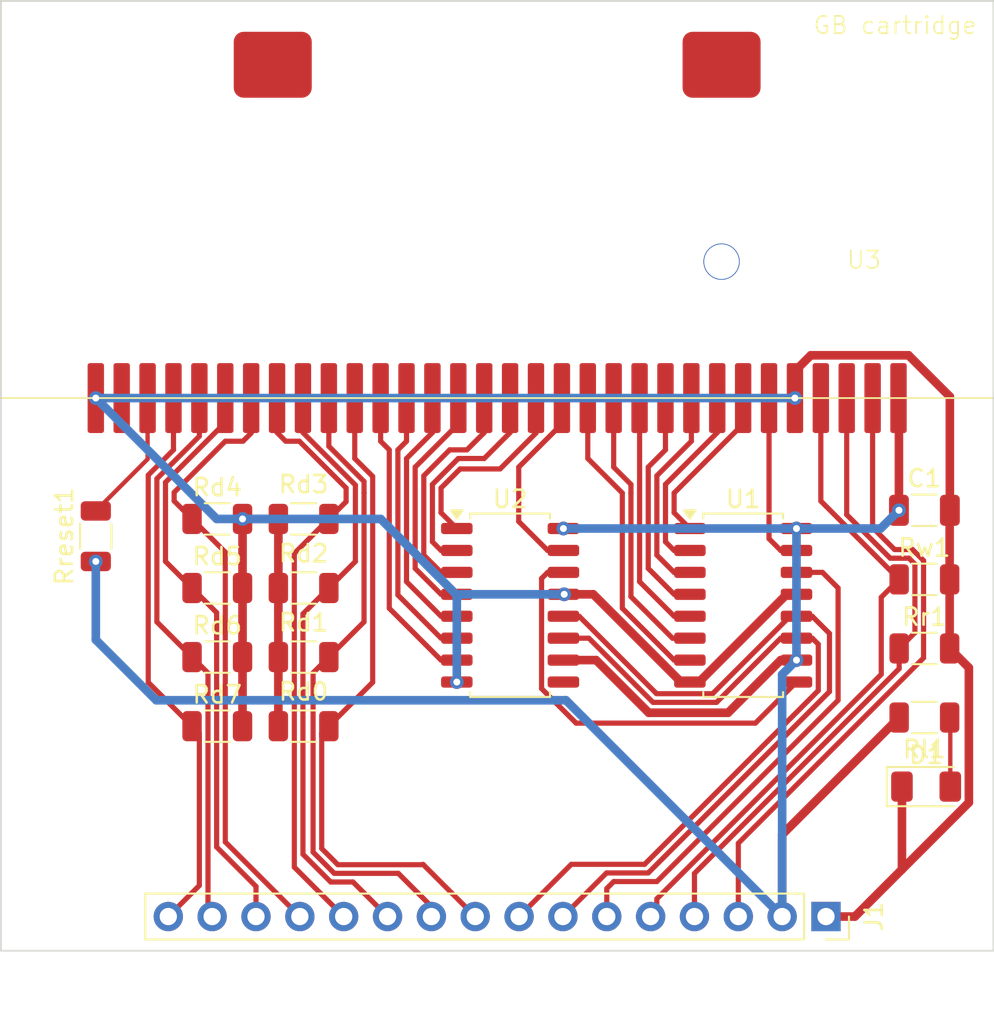
<source format=kicad_pcb>
(kicad_pcb (version 20241229) (generator "pcbnew") (generator_version "9.0")
  (layers (0 "F.Cu" signal) (2 "B.Cu" signal) (13 "F.Paste" user) (15 "B.Paste" user) (5 "F.SilkS" user "F.Silkscreen") (7 "B.SilkS" user "B.Silkscreen") (1 "F.Mask" user) (3 "B.Mask" user) (25 "Edge.Cuts" user))
  (net 0 "")
  (net 2 "/GND")
  (net 3 "/VCC")
  (net 4 "/Data_2")
  (net 5 "/Clock")
  (net 6 "/Data_5")
  (net 7 "/Data_1")
  (net 8 "/Data_7")
  (net 9 "/Address_Data")
  (net 10 "/Data_0")
  (net 11 "/Data_6")
  (net 12 "/Read")
  (net 13 "/Write")
  (net 14 "/Data_3")
  (net 15 "/Data_4")
  (net 16 "/Address_Latch")
  (net 17 "/Address_Clock")
  (net 18 "/Reset")
  (net 19 "/Serial_Chain")
  (net 20 "/Address_3")
  (net 21 "/Address_4")
  (net 22 "/Address_6")
  (net 23 "/Address_2")
  (net 24 "/Address_7")
  (net 25 "/Address_1")
  (net 26 "/Address_0")
  (net 27 "/Address_5")
  (net 28 "/Address_12")
  (net 29 "/Address_9")
  (net 30 "/Address_10")
  (net 31 "/Address_8")
  (net 32 "/Address_15")
  (net 33 "/Address_14")
  (net 34 "/Address_11")
  (net 35 "/Address_13")
  (net 36 "/Audio")
  (net 37 "/LED")
  (footprint "Resistor_SMD:R_1206_3216Metric" (layer "F.Cu") (at 114.5375 108.5 180)
    (property "Reference" "Rd0" (at 0 2 180) (layer "F.SilkS"))
    (property "Value" "1k")
    (fp_line (start -0.727064 0.91) (end 0.727064 0.91) (stroke (width 0.12)) (layer "F.SilkS"))
    (fp_line (start -0.727064 -0.91) (end 0.727064 -0.91) (stroke (width 0.12)) (layer "F.SilkS"))
    (pad "1" smd roundrect (at -1.4625 0 180) (size 1.125 1.75) (layers "F.Cu" "F.Mask" "F.Paste") (roundrect_rratio 0.222222) (net 10 "/Data_0"))
    (pad "2" smd roundrect (at 1.4625 0 180) (size 1.125 1.75) (layers "F.Cu" "F.Mask" "F.Paste") (roundrect_rratio 0.222222) (net 2 "/GND"))
  )
  (footprint "Connector_PinSocket_2.54mm:PinSocket_1x16_P2.54mm_Vertical" (layer "F.Cu") (at 144.8 119.525 -90)
    (property "Reference" "J1" (at 0 -2.77 90) (layer "F.SilkS"))
    (property "Value" "Conn_01x16_Pin")
    (fp_line (start -1.33 39.43) (end 1.33 39.43) (stroke (width 0.12)) (layer "F.SilkS"))
    (fp_line (start -1.33 1.27) (end -1.33 39.43) (stroke (width 0.12)) (layer "F.SilkS"))
    (fp_line (start -1.33 1.27) (end 1.33 1.27) (stroke (width 0.12)) (layer "F.SilkS"))
    (fp_line (start 1.33 1.27) (end 1.33 39.43) (stroke (width 0.12)) (layer "F.SilkS"))
    (fp_line (start 0 -1.33) (end 1.33 -1.33) (stroke (width 0.12)) (layer "F.SilkS"))
    (fp_line (start 1.33 -1.33) (end 1.33 0) (stroke (width 0.12)) (layer "F.SilkS"))
    (pad "1" thru_hole rect (at 0 0 270) (size 1.7 1.7) (drill 1) (layers "*.Cu" "*.Mask") (net 2 "/GND"))
    (pad "2" thru_hole circle (at 0 2.54 270) (size 1.7 1.7) (drill 1) (layers "*.Cu" "*.Mask") (net 3 "/VCC"))
    (pad "3" thru_hole circle (at 0 5.08 270) (size 1.7 1.7) (drill 1) (layers "*.Cu" "*.Mask") (net 5 "/Clock"))
    (pad "4" thru_hole circle (at 0 7.62 270) (size 1.7 1.7) (drill 1) (layers "*.Cu" "*.Mask") (net 13 "/Write"))
    (pad "5" thru_hole circle (at 0 10.16 270) (size 1.7 1.7) (drill 1) (layers "*.Cu" "*.Mask") (net 12 "/Read"))
    (pad "6" thru_hole circle (at 0 12.7 270) (size 1.7 1.7) (drill 1) (layers "*.Cu" "*.Mask") (net 9 "/Address_Data"))
    (pad "7" thru_hole circle (at 0 15.24 270) (size 1.7 1.7) (drill 1) (layers "*.Cu" "*.Mask") (net 16 "/Address_Latch"))
    (pad "8" thru_hole circle (at 0 17.78 270) (size 1.7 1.7) (drill 1) (layers "*.Cu" "*.Mask") (net 17 "/Address_Clock"))
    (pad "9" thru_hole circle (at 0 20.32 270) (size 1.7 1.7) (drill 1) (layers "*.Cu" "*.Mask") (net 10 "/Data_0"))
    (pad "10" thru_hole circle (at 0 22.86 270) (size 1.7 1.7) (drill 1) (layers "*.Cu" "*.Mask") (net 7 "/Data_1"))
    (pad "11" thru_hole circle (at 0 25.4 270) (size 1.7 1.7) (drill 1) (layers "*.Cu" "*.Mask") (net 4 "/Data_2"))
    (pad "12" thru_hole circle (at 0 27.94 270) (size 1.7 1.7) (drill 1) (layers "*.Cu" "*.Mask") (net 14 "/Data_3"))
    (pad "13" thru_hole circle (at 0 30.48 270) (size 1.7 1.7) (drill 1) (layers "*.Cu" "*.Mask") (net 15 "/Data_4"))
    (pad "14" thru_hole circle (at 0 33.02 270) (size 1.7 1.7) (drill 1) (layers "*.Cu" "*.Mask") (net 6 "/Data_5"))
    (pad "15" thru_hole circle (at 0 35.56 270) (size 1.7 1.7) (drill 1) (layers "*.Cu" "*.Mask") (net 11 "/Data_6"))
    (pad "16" thru_hole circle (at 0 38.1 270) (size 1.7 1.7) (drill 1) (layers "*.Cu" "*.Mask") (net 8 "/Data_7"))
  )
  (footprint "Resistor_SMD:R_1206_3216Metric" (layer "F.Cu") (at 102.5 97.5 90)
    (property "Reference" "Rreset1" (at 0 -1.83 90) (layer "F.SilkS"))
    (property "Value" "1k")
    (fp_line (start -0.727064 -0.91) (end 0.727064 -0.91) (stroke (width 0.12)) (layer "F.SilkS"))
    (fp_line (start -0.727064 0.91) (end 0.727064 0.91) (stroke (width 0.12)) (layer "F.SilkS"))
    (pad "1" smd roundrect (at -1.4625 0 90) (size 1.125 1.75) (layers "F.Cu" "F.Mask" "F.Paste") (roundrect_rratio 0.222222) (net 3 "/VCC"))
    (pad "2" smd roundrect (at 1.4625 0 90) (size 1.125 1.75) (layers "F.Cu" "F.Mask" "F.Paste") (roundrect_rratio 0.222222) (net 18 "/Reset"))
  )
  (footprint "Resistor_SMD:R_1206_3216Metric" (layer "F.Cu") (at 150.5 108 180)
    (property "Reference" "Rl1" (at 0 -1.83 0) (layer "F.SilkS"))
    (property "Value" "470")
    (fp_line (start -0.727064 0.91) (end 0.727064 0.91) (stroke (width 0.12)) (layer "F.SilkS"))
    (fp_line (start -0.727064 -0.91) (end 0.727064 -0.91) (stroke (width 0.12)) (layer "F.SilkS"))
    (pad "1" smd roundrect (at -1.4625 0 180) (size 1.125 1.75) (layers "F.Cu" "F.Mask" "F.Paste") (roundrect_rratio 0.222222) (net 37 "/LED"))
    (pad "2" smd roundrect (at 1.4625 0 180) (size 1.125 1.75) (layers "F.Cu" "F.Mask" "F.Paste") (roundrect_rratio 0.222222) (net 3 "/VCC"))
  )
  (footprint "Resistor_SMD:R_1206_3216Metric" (layer "F.Cu") (at 150.5 104)
    (property "Reference" "Rr1" (at 0 -1.83 0) (layer "F.SilkS"))
    (property "Value" "470")
    (fp_line (start -0.727064 -0.91) (end 0.727064 -0.91) (stroke (width 0.12)) (layer "F.SilkS"))
    (fp_line (start -0.727064 0.91) (end 0.727064 0.91) (stroke (width 0.12)) (layer "F.SilkS"))
    (pad "1" smd roundrect (at -1.4625 0) (size 1.125 1.75) (layers "F.Cu" "F.Mask" "F.Paste") (roundrect_rratio 0.222222) (net 13 "/Write"))
    (pad "2" smd roundrect (at 1.4625 0) (size 1.125 1.75) (layers "F.Cu" "F.Mask" "F.Paste") (roundrect_rratio 0.222222) (net 2 "/GND"))
  )
  (footprint "Package_SO:SOP-16_4.4x10.4mm_P1.27mm" (layer "F.Cu") (at 126.5 101.5)
    (property "Reference" "U2" (at 0 -6.15 0) (layer "F.SilkS"))
    (property "Value" "74HC595")
    (fp_line (start -2.31 -5.31) (end 2.31 -5.31) (stroke (width 0.12)) (layer "F.SilkS"))
    (fp_line (start -2.31 -5.03) (end -2.31 -5.31) (stroke (width 0.12)) (layer "F.SilkS"))
    (fp_line (start -2.31 5.31) (end -2.31 5.03) (stroke (width 0.12)) (layer "F.SilkS"))
    (fp_line (start 2.31 -5.31) (end 2.31 -5.03) (stroke (width 0.12)) (layer "F.SilkS"))
    (fp_line (start 2.31 5.03) (end 2.31 5.31) (stroke (width 0.12)) (layer "F.SilkS"))
    (fp_line (start 2.31 5.31) (end -2.31 5.31) (stroke (width 0.12)) (layer "F.SilkS"))
    (fp_poly (pts (xy -3.09 -5.03) (xy -3.43 -5.5) (xy -2.75 -5.5)) (stroke (width 0.12)) (fill yes) (layer "F.SilkS"))
    (pad "1" smd roundrect (at -3.0875 -4.445) (size 1.825 0.65) (layers "F.Cu" "F.Mask" "F.Paste") (net 29 "/Address_9"))
    (pad "2" smd roundrect (at -3.0875 -3.175) (size 1.825 0.65) (layers "F.Cu" "F.Mask" "F.Paste") (net 30 "/Address_10"))
    (pad "3" smd roundrect (at -3.0875 -1.905) (size 1.825 0.65) (layers "F.Cu" "F.Mask" "F.Paste") (net 34 "/Address_11"))
    (pad "4" smd roundrect (at -3.0875 -0.635) (size 1.825 0.65) (layers "F.Cu" "F.Mask" "F.Paste") (net 28 "/Address_12"))
    (pad "5" smd roundrect (at -3.0875 0.635) (size 1.825 0.65) (layers "F.Cu" "F.Mask" "F.Paste") (net 35 "/Address_13"))
    (pad "6" smd roundrect (at -3.0875 1.905) (size 1.825 0.65) (layers "F.Cu" "F.Mask" "F.Paste") (net 33 "/Address_14"))
    (pad "7" smd roundrect (at -3.0875 3.175) (size 1.825 0.65) (layers "F.Cu" "F.Mask" "F.Paste") (net 32 "/Address_15"))
    (pad "8" smd roundrect (at -3.0875 4.445) (size 1.825 0.65) (layers "F.Cu" "F.Mask" "F.Paste") (net 2 "/GND"))
    (pad "9" smd roundrect (at 3.0875 4.445) (size 1.825 0.65) (layers "F.Cu" "F.Mask" "F.Paste"))
    (pad "10" smd roundrect (at 3.0875 3.175) (size 1.825 0.65) (layers "F.Cu" "F.Mask" "F.Paste") (net 3 "/VCC"))
    (pad "11" smd roundrect (at 3.0875 1.905) (size 1.825 0.65) (layers "F.Cu" "F.Mask" "F.Paste") (net 17 "/Address_Clock"))
    (pad "12" smd roundrect (at 3.0875 0.635) (size 1.825 0.65) (layers "F.Cu" "F.Mask" "F.Paste") (net 16 "/Address_Latch"))
    (pad "13" smd roundrect (at 3.0875 -0.635) (size 1.825 0.65) (layers "F.Cu" "F.Mask" "F.Paste") (net 2 "/GND"))
    (pad "14" smd roundrect (at 3.0875 -1.905) (size 1.825 0.65) (layers "F.Cu" "F.Mask" "F.Paste") (net 19 "/Serial_Chain"))
    (pad "15" smd roundrect (at 3.0875 -3.175) (size 1.825 0.65) (layers "F.Cu" "F.Mask" "F.Paste") (net 31 "/Address_8"))
    (pad "16" smd roundrect (at 3.0875 -4.445) (size 1.825 0.65) (layers "F.Cu" "F.Mask" "F.Paste") (net 3 "/VCC"))
  )
  (footprint "Resistor_SMD:R_1206_3216Metric" (layer "F.Cu") (at 114.5375 104.5 180)
    (property "Reference" "Rd1" (at 0 2 0) (layer "F.SilkS"))
    (property "Value" "1k")
    (fp_line (start -0.727064 0.91) (end 0.727064 0.91) (stroke (width 0.12)) (layer "F.SilkS"))
    (fp_line (start -0.727064 -0.91) (end 0.727064 -0.91) (stroke (width 0.12)) (layer "F.SilkS"))
    (pad "1" smd roundrect (at -1.4625 0 180) (size 1.125 1.75) (layers "F.Cu" "F.Mask" "F.Paste") (roundrect_rratio 0.222222) (net 7 "/Data_1"))
    (pad "2" smd roundrect (at 1.4625 0 180) (size 1.125 1.75) (layers "F.Cu" "F.Mask" "F.Paste") (roundrect_rratio 0.222222) (net 2 "/GND"))
  )
  (footprint "Resistor_SMD:R_1206_3216Metric" (layer "F.Cu") (at 109.5375 96.5)
    (property "Reference" "Rd4" (at 0 -1.83 0) (layer "F.SilkS"))
    (property "Value" "1k")
    (fp_line (start -0.727064 -0.91) (end 0.727064 -0.91) (stroke (width 0.12)) (layer "F.SilkS"))
    (fp_line (start -0.727064 0.91) (end 0.727064 0.91) (stroke (width 0.12)) (layer "F.SilkS"))
    (pad "1" smd roundrect (at -1.4625 0) (size 1.125 1.75) (layers "F.Cu" "F.Mask" "F.Paste") (roundrect_rratio 0.222222) (net 15 "/Data_4"))
    (pad "2" smd roundrect (at 1.4625 0) (size 1.125 1.75) (layers "F.Cu" "F.Mask" "F.Paste") (roundrect_rratio 0.222222) (net 2 "/GND"))
  )
  (footprint "1_my_custom_library:Gameboy cartridge connector" (layer "F.Cu") (at 149 89.5)
    (property "Reference" "U3" (at -2 -8 0) (layer "F.SilkS") (effects (font (thickness 0.1))))
    (property "Value" "~")
    (fp_rect (start -52 -23) (end 5.5 0) (stroke (width 0.1)) (fill no) (layer "F.SilkS"))
    (fp_text user "GB cartridge" (at -5 -21 0) (layer "F.SilkS") (effects (font (thickness 0.1)) (justify left bottom)))
    (pad "" smd roundrect (at -36.25 -19.3) (size 4.52 3.82) (layers "F.Cu" "F.Mask" "F.Paste") (roundrect_rratio 0.15))
    (pad "" np_thru_hole circle (at -36.25 -7.9) (size 2 2) (drill 2) (layers "*.Cu" "*.Mask"))
    (pad "" smd roundrect (at -10.25 -19.3) (size 4.52 3.82) (layers "F.Cu" "F.Mask" "F.Paste") (roundrect_rratio 0.15))
    (pad "" np_thru_hole circle (at -10.25 -7.9) (size 2.1 2.1) (drill 2) (layers "*.Cu" "*.Mask"))
    (pad "1" smd roundrect (at 0 0 90) (size 4.05 0.95) (layers "F.Cu" "F.Mask" "F.Paste") (roundrect_rratio 0.15) (net 3 "/VCC"))
    (pad "2" smd roundrect (at -1.5 0 90) (size 4.05 0.95) (layers "F.Cu" "F.Mask" "F.Paste") (roundrect_rratio 0.15) (net 5 "/Clock"))
    (pad "3" smd roundrect (at -3 0 90) (size 4.05 0.95) (layers "F.Cu" "F.Mask" "F.Paste") (roundrect_rratio 0.15) (net 13 "/Write"))
    (pad "4" smd roundrect (at -4.5 0 90) (size 4.05 0.95) (layers "F.Cu" "F.Mask" "F.Paste") (roundrect_rratio 0.15) (net 12 "/Read"))
    (pad "5" smd roundrect (at -6 0 90) (size 4.05 0.95) (layers "F.Cu" "F.Mask" "F.Paste") (roundrect_rratio 0.15) (net 2 "/GND"))
    (pad "6" smd roundrect (at -7.5 0 90) (size 4.05 0.95) (layers "F.Cu" "F.Mask" "F.Paste") (roundrect_rratio 0.15) (net 26 "/Address_0"))
    (pad "7" smd roundrect (at -9 0 90) (size 4.05 0.95) (layers "F.Cu" "F.Mask" "F.Paste") (roundrect_rratio 0.15) (net 25 "/Address_1"))
    (pad "8" smd roundrect (at -10.5 0 90) (size 4.05 0.95) (layers "F.Cu" "F.Mask" "F.Paste") (roundrect_rratio 0.15) (net 23 "/Address_2"))
    (pad "9" smd roundrect (at -12 0 90) (size 4.05 0.95) (layers "F.Cu" "F.Mask" "F.Paste") (roundrect_rratio 0.15) (net 20 "/Address_3"))
    (pad "10" smd roundrect (at -13.5 0 90) (size 4.05 0.95) (layers "F.Cu" "F.Mask" "F.Paste") (roundrect_rratio 0.15) (net 21 "/Address_4"))
    (pad "11" smd roundrect (at -15 0 90) (size 4.05 0.95) (layers "F.Cu" "F.Mask" "F.Paste") (roundrect_rratio 0.15) (net 27 "/Address_5"))
    (pad "12" smd roundrect (at -16.5 0 90) (size 4.05 0.95) (layers "F.Cu" "F.Mask" "F.Paste") (roundrect_rratio 0.15) (net 22 "/Address_6"))
    (pad "13" smd roundrect (at -18 0 90) (size 4.05 0.95) (layers "F.Cu" "F.Mask" "F.Paste") (roundrect_rratio 0.15) (net 24 "/Address_7"))
    (pad "14" smd roundrect (at -19.5 0 90) (size 4.05 0.95) (layers "F.Cu" "F.Mask" "F.Paste") (roundrect_rratio 0.15) (net 31 "/Address_8"))
    (pad "15" smd roundrect (at -21 0 90) (size 4.05 0.95) (layers "F.Cu" "F.Mask" "F.Paste") (roundrect_rratio 0.15) (net 29 "/Address_9"))
    (pad "16" smd roundrect (at -22.5 0 90) (size 4.05 0.95) (layers "F.Cu" "F.Mask" "F.Paste") (roundrect_rratio 0.15) (net 30 "/Address_10"))
    (pad "17" smd roundrect (at -24 0 90) (size 4.05 0.95) (layers "F.Cu" "F.Mask" "F.Paste") (roundrect_rratio 0.15) (net 34 "/Address_11"))
    (pad "18" smd roundrect (at -25.5 0 90) (size 4.05 0.95) (layers "F.Cu" "F.Mask" "F.Paste") (roundrect_rratio 0.15) (net 28 "/Address_12"))
    (pad "19" smd roundrect (at -27 0 90) (size 4.05 0.95) (layers "F.Cu" "F.Mask" "F.Paste") (roundrect_rratio 0.15) (net 35 "/Address_13"))
    (pad "20" smd roundrect (at -28.5 0 90) (size 4.05 0.95) (layers "F.Cu" "F.Mask" "F.Paste") (roundrect_rratio 0.15) (net 33 "/Address_14"))
    (pad "21" smd roundrect (at -30 0 90) (size 4.05 0.95) (layers "F.Cu" "F.Mask" "F.Paste") (roundrect_rratio 0.15) (net 32 "/Address_15"))
    (pad "22" smd roundrect (at -31.5 0 90) (size 4.05 0.95) (layers "F.Cu" "F.Mask" "F.Paste") (roundrect_rratio 0.15) (net 10 "/Data_0"))
    (pad "23" smd roundrect (at -33 0 90) (size 4.05 0.95) (layers "F.Cu" "F.Mask" "F.Paste") (roundrect_rratio 0.15) (net 7 "/Data_1"))
    (pad "24" smd roundrect (at -34.5 0 90) (size 4.05 0.95) (layers "F.Cu" "F.Mask" "F.Paste") (roundrect_rratio 0.15) (net 4 "/Data_2"))
    (pad "25" smd roundrect (at -36 0 90) (size 4.05 0.95) (layers "F.Cu" "F.Mask" "F.Paste") (roundrect_rratio 0.15) (net 14 "/Data_3"))
    (pad "26" smd roundrect (at -37.5 0 90) (size 4.05 0.95) (layers "F.Cu" "F.Mask" "F.Paste") (roundrect_rratio 0.15) (net 15 "/Data_4"))
    (pad "27" smd roundrect (at -39 0 90) (size 4.05 0.95) (layers "F.Cu" "F.Mask" "F.Paste") (roundrect_rratio 0.15) (net 6 "/Data_5"))
    (pad "28" smd roundrect (at -40.5 0 90) (size 4.05 0.95) (layers "F.Cu" "F.Mask" "F.Paste") (roundrect_rratio 0.15) (net 11 "/Data_6"))
    (pad "29" smd roundrect (at -42 0 90) (size 4.05 0.95) (layers "F.Cu" "F.Mask" "F.Paste") (roundrect_rratio 0.15) (net 8 "/Data_7"))
    (pad "30" smd roundrect (at -43.5 0 90) (size 4.05 0.95) (layers "F.Cu" "F.Mask" "F.Paste") (roundrect_rratio 0.15) (net 18 "/Reset"))
    (pad "31" smd roundrect (at -45 0 90) (size 4.05 0.95) (layers "F.Cu" "F.Mask" "F.Paste") (roundrect_rratio 0.15) (net 36 "/Audio"))
    (pad "32" smd roundrect (at -46.5 0 90) (size 4.05 0.95) (layers "F.Cu" "F.Mask" "F.Paste") (roundrect_rratio 0.15) (net 2 "/GND"))
  )
  (footprint "Resistor_SMD:R_1206_3216Metric" (layer "F.Cu") (at 150.5 100)
    (property "Reference" "Rw1" (at 0 -1.83 0) (layer "F.SilkS"))
    (property "Value" "470")
    (fp_line (start -0.727064 -0.91) (end 0.727064 -0.91) (stroke (width 0.12)) (layer "F.SilkS"))
    (fp_line (start -0.727064 0.91) (end 0.727064 0.91) (stroke (width 0.12)) (layer "F.SilkS"))
    (pad "1" smd roundrect (at -1.4625 0) (size 1.125 1.75) (layers "F.Cu" "F.Mask" "F.Paste") (roundrect_rratio 0.222222) (net 12 "/Read"))
    (pad "2" smd roundrect (at 1.4625 0) (size 1.125 1.75) (layers "F.Cu" "F.Mask" "F.Paste") (roundrect_rratio 0.222222) (net 2 "/GND"))
  )
  (footprint "Resistor_SMD:R_1206_3216Metric" (layer "F.Cu") (at 109.5375 104.5)
    (property "Reference" "Rd6" (at 0 -1.83 0) (layer "F.SilkS"))
    (property "Value" "1k")
    (fp_line (start -0.727064 -0.91) (end 0.727064 -0.91) (stroke (width 0.12)) (layer "F.SilkS"))
    (fp_line (start -0.727064 0.91) (end 0.727064 0.91) (stroke (width 0.12)) (layer "F.SilkS"))
    (pad "1" smd roundrect (at -1.4625 0) (size 1.125 1.75) (layers "F.Cu" "F.Mask" "F.Paste") (roundrect_rratio 0.222222) (net 11 "/Data_6"))
    (pad "2" smd roundrect (at 1.4625 0) (size 1.125 1.75) (layers "F.Cu" "F.Mask" "F.Paste") (roundrect_rratio 0.222222) (net 2 "/GND"))
  )
  (footprint "Resistor_SMD:R_1206_3216Metric" (layer "F.Cu") (at 109.5375 100.5)
    (property "Reference" "Rd5" (at 0 -1.83 0) (layer "F.SilkS"))
    (property "Value" "1k")
    (fp_line (start -0.727064 -0.91) (end 0.727064 -0.91) (stroke (width 0.12)) (layer "F.SilkS"))
    (fp_line (start -0.727064 0.91) (end 0.727064 0.91) (stroke (width 0.12)) (layer "F.SilkS"))
    (pad "1" smd roundrect (at -1.4625 0) (size 1.125 1.75) (layers "F.Cu" "F.Mask" "F.Paste") (roundrect_rratio 0.222222) (net 6 "/Data_5"))
    (pad "2" smd roundrect (at 1.4625 0) (size 1.125 1.75) (layers "F.Cu" "F.Mask" "F.Paste") (roundrect_rratio 0.222222) (net 2 "/GND"))
  )
  (footprint "Resistor_SMD:R_1206_3216Metric" (layer "F.Cu") (at 114.5375 96.5 180)
    (property "Reference" "Rd3" (at 0 2 0) (layer "F.SilkS"))
    (property "Value" "1k")
    (fp_line (start -0.727064 0.91) (end 0.727064 0.91) (stroke (width 0.12)) (layer "F.SilkS"))
    (fp_line (start -0.727064 -0.91) (end 0.727064 -0.91) (stroke (width 0.12)) (layer "F.SilkS"))
    (pad "1" smd roundrect (at -1.4625 0 180) (size 1.125 1.75) (layers "F.Cu" "F.Mask" "F.Paste") (roundrect_rratio 0.222222) (net 14 "/Data_3"))
    (pad "2" smd roundrect (at 1.4625 0 180) (size 1.125 1.75) (layers "F.Cu" "F.Mask" "F.Paste") (roundrect_rratio 0.222222) (net 2 "/GND"))
  )
  (footprint "Resistor_SMD:R_1206_3216Metric" (layer "F.Cu") (at 114.5375 100.5 180)
    (property "Reference" "Rd2" (at 0 2 0) (layer "F.SilkS"))
    (property "Value" "1k")
    (fp_line (start -0.727064 0.91) (end 0.727064 0.91) (stroke (width 0.12)) (layer "F.SilkS"))
    (fp_line (start -0.727064 -0.91) (end 0.727064 -0.91) (stroke (width 0.12)) (layer "F.SilkS"))
    (pad "1" smd roundrect (at -1.4625 0 180) (size 1.125 1.75) (layers "F.Cu" "F.Mask" "F.Paste") (roundrect_rratio 0.222222) (net 4 "/Data_2"))
    (pad "2" smd roundrect (at 1.4625 0 180) (size 1.125 1.75) (layers "F.Cu" "F.Mask" "F.Paste") (roundrect_rratio 0.222222) (net 2 "/GND"))
  )
  (footprint "Package_SO:SOP-16_4.4x10.4mm_P1.27mm" (layer "F.Cu") (at 140.002 101.5)
    (property "Reference" "U1" (at 0 -6.15 0) (layer "F.SilkS"))
    (property "Value" "74HC595")
    (fp_line (start -2.31 -5.31) (end 2.31 -5.31) (stroke (width 0.12)) (layer "F.SilkS"))
    (fp_line (start -2.31 -5.03) (end -2.31 -5.31) (stroke (width 0.12)) (layer "F.SilkS"))
    (fp_line (start -2.31 5.31) (end -2.31 5.03) (stroke (width 0.12)) (layer "F.SilkS"))
    (fp_line (start 2.31 -5.31) (end 2.31 -5.03) (stroke (width 0.12)) (layer "F.SilkS"))
    (fp_line (start 2.31 5.03) (end 2.31 5.31) (stroke (width 0.12)) (layer "F.SilkS"))
    (fp_line (start 2.31 5.31) (end -2.31 5.31) (stroke (width 0.12)) (layer "F.SilkS"))
    (fp_poly (pts (xy -3.09 -5.03) (xy -3.43 -5.5) (xy -2.75 -5.5)) (stroke (width 0.12)) (fill yes) (layer "F.SilkS"))
    (pad "1" smd roundrect (at -3.0875 -4.445) (size 1.825 0.65) (layers "F.Cu" "F.Mask" "F.Paste") (net 25 "/Address_1"))
    (pad "2" smd roundrect (at -3.0875 -3.175) (size 1.825 0.65) (layers "F.Cu" "F.Mask" "F.Paste") (net 23 "/Address_2"))
    (pad "3" smd roundrect (at -3.0875 -1.905) (size 1.825 0.65) (layers "F.Cu" "F.Mask" "F.Paste") (net 20 "/Address_3"))
    (pad "4" smd roundrect (at -3.0875 -0.635) (size 1.825 0.65) (layers "F.Cu" "F.Mask" "F.Paste") (net 21 "/Address_4"))
    (pad "5" smd roundrect (at -3.0875 0.635) (size 1.825 0.65) (layers "F.Cu" "F.Mask" "F.Paste") (net 27 "/Address_5"))
    (pad "6" smd roundrect (at -3.0875 1.905) (size 1.825 0.65) (layers "F.Cu" "F.Mask" "F.Paste") (net 22 "/Address_6"))
    (pad "7" smd roundrect (at -3.0875 3.175) (size 1.825 0.65) (layers "F.Cu" "F.Mask" "F.Paste") (net 24 "/Address_7"))
    (pad "8" smd roundrect (at -3.0875 4.445) (size 1.825 0.65) (layers "F.Cu" "F.Mask" "F.Paste") (net 2 "/GND"))
    (pad "9" smd roundrect (at 3.0875 4.445) (size 1.825 0.65) (layers "F.Cu" "F.Mask" "F.Paste") (net 19 "/Serial_Chain"))
    (pad "10" smd roundrect (at 3.0875 3.175) (size 1.825 0.65) (layers "F.Cu" "F.Mask" "F.Paste") (net 3 "/VCC"))
    (pad "11" smd roundrect (at 3.0875 1.905) (size 1.825 0.65) (layers "F.Cu" "F.Mask" "F.Paste") (net 17 "/Address_Clock"))
    (pad "12" smd roundrect (at 3.0875 0.635) (size 1.825 0.65) (layers "F.Cu" "F.Mask" "F.Paste") (net 16 "/Address_Latch"))
    (pad "13" smd roundrect (at 3.0875 -0.635) (size 1.825 0.65) (layers "F.Cu" "F.Mask" "F.Paste") (net 2 "/GND"))
    (pad "14" smd roundrect (at 3.0875 -1.905) (size 1.825 0.65) (layers "F.Cu" "F.Mask" "F.Paste") (net 9 "/Address_Data"))
    (pad "15" smd roundrect (at 3.0875 -3.175) (size 1.825 0.65) (layers "F.Cu" "F.Mask" "F.Paste") (net 26 "/Address_0"))
    (pad "16" smd roundrect (at 3.0875 -4.445) (size 1.825 0.65) (layers "F.Cu" "F.Mask" "F.Paste") (net 3 "/VCC"))
  )
  (footprint "Resistor_SMD:R_1206_3216Metric" (layer "F.Cu") (at 109.5375 108.5)
    (property "Reference" "Rd7" (at 0 -1.83 0) (layer "F.SilkS"))
    (property "Value" "1k")
    (fp_line (start -0.727064 -0.91) (end 0.727064 -0.91) (stroke (width 0.12)) (layer "F.SilkS"))
    (fp_line (start -0.727064 0.91) (end 0.727064 0.91) (stroke (width 0.12)) (layer "F.SilkS"))
    (pad "1" smd roundrect (at -1.4625 0) (size 1.125 1.75) (layers "F.Cu" "F.Mask" "F.Paste") (roundrect_rratio 0.222222) (net 8 "/Data_7"))
    (pad "2" smd roundrect (at 1.4625 0) (size 1.125 1.75) (layers "F.Cu" "F.Mask" "F.Paste") (roundrect_rratio 0.222222) (net 2 "/GND"))
  )
  (footprint "LED_SMD:LED_1206_3216Metric" (layer "F.Cu") (at 150.6 112)
    (property "Reference" "D1" (at 0 -1.83 0) (layer "F.SilkS"))
    (property "Value" "LED")
    (fp_line (start -2.285 -1.135) (end -2.285 1.135) (stroke (width 0.12)) (layer "F.SilkS"))
    (fp_line (start -2.285 1.135) (end 1.6 1.135) (stroke (width 0.12)) (layer "F.SilkS"))
    (fp_line (start 1.6 -1.135) (end -2.285 -1.135) (stroke (width 0.12)) (layer "F.SilkS"))
    (pad "1" smd roundrect (at -1.4 0) (size 1.25 1.75) (layers "F.Cu" "F.Mask" "F.Paste") (roundrect_rratio 0.2) (net 2 "/GND"))
    (pad "2" smd roundrect (at 1.4 0) (size 1.25 1.75) (layers "F.Cu" "F.Mask" "F.Paste") (roundrect_rratio 0.2) (net 37 "/LED"))
  )
  (footprint "Capacitor_SMD:C_1206_3216Metric" (layer "F.Cu") (at 150.5 96)
    (property "Reference" "C1" (at 0 -1.85 0) (layer "F.SilkS"))
    (property "Value" "10uF")
    (fp_line (start -0.711252 -0.91) (end 0.711252 -0.91) (stroke (width 0.12)) (layer "F.SilkS"))
    (fp_line (start -0.711252 0.91) (end 0.711252 0.91) (stroke (width 0.12)) (layer "F.SilkS"))
    (pad "1" smd roundrect (at -1.475 0) (size 1.15 1.8) (layers "F.Cu" "F.Mask" "F.Paste") (roundrect_rratio 0.217391) (net 3 "/VCC"))
    (pad "2" smd roundrect (at 1.475 0) (size 1.15 1.8) (layers "F.Cu" "F.Mask" "F.Paste") (roundrect_rratio 0.217391) (net 2 "/GND"))
  )
  (gr_rect (start 97 66.5) (end 154.5 121.5) (stroke (width 0.1)) (fill no) (layer "Edge.Cuts"))
  (segment (start 113.075 108.5) (end 113.075 104.5) (width 0.5) (layer "F.Cu") (net 2))
  (segment (start 111 100.5) (end 111 104.5) (width 0.5) (layer "F.Cu") (net 2))
  (segment (start 143 87.941714) (end 143 89.5) (width 0.5) (layer "F.Cu") (net 2))
  (segment (start 136.9145 105.945) (end 137.445 105.945) (width 0.5) (layer "F.Cu") (net 2))
  (segment (start 136.399878 105.945) (end 136.9145 105.945) (width 0.5) (layer "F.Cu") (net 2))
  (segment (start 153.076 105.1135) (end 151.9625 104) (width 0.5) (layer "F.Cu") (net 2))
  (segment (start 151.9625 96.0125) (end 151.975 96) (width 0.5) (layer "F.Cu") (net 2))
  (segment (start 111 104.5) (end 111 108.5) (width 0.5) (layer "F.Cu") (net 2))
  (segment (start 131.319878 100.865) (end 136.399878 105.945) (width 0.5) (layer "F.Cu") (net 2))
  (segment (start 151.975 89.416714) (end 149.582286 87.024) (width 0.5) (layer "F.Cu") (net 2))
  (segment (start 144.8 119.525) (end 146.473292 119.525) (width 0.5) (layer "F.Cu") (net 2))
  (segment (start 149.2 112) (end 149.2 116.798292) (width 0.5) (layer "F.Cu") (net 2))
  (segment (start 137.445 105.945) (end 142.525 100.865) (width 0.5) (layer "F.Cu") (net 2))
  (segment (start 151.975 96) (end 151.975 89.416714) (width 0.5) (layer "F.Cu") (net 2))
  (segment (start 113.075 96.5) (end 111 96.5) (width 0.5) (layer "F.Cu") (net 2))
  (segment (start 142.525 100.865) (end 143.0895 100.865) (width 0.5) (layer "F.Cu") (net 2))
  (segment (start 153.076 112.922292) (end 153.076 105.1135) (width 0.5) (layer "F.Cu") (net 2))
  (segment (start 129.5875 100.865) (end 129.635 100.865) (width 0.5) (layer "F.Cu") (net 2))
  (segment (start 146.473292 119.525) (end 149.2 116.798292) (width 0.5) (layer "F.Cu") (net 2))
  (segment (start 143.917714 87.024) (end 143 87.941714) (width 0.5) (layer "F.Cu") (net 2))
  (segment (start 149.582286 87.024) (end 143.917714 87.024) (width 0.5) (layer "F.Cu") (net 2))
  (segment (start 149.2 116.798292) (end 153.076 112.922292) (width 0.5) (layer "F.Cu") (net 2))
  (segment (start 113.075 104.5) (end 113.075 100.5) (width 0.5) (layer "F.Cu") (net 2))
  (segment (start 151.9625 104) (end 151.9625 96.0125) (width 0.5) (layer "F.Cu") (net 2))
  (segment (start 111 96.5) (end 111 100.5) (width 0.5) (layer "F.Cu") (net 2))
  (segment (start 129.635 100.865) (end 131.319878 100.865) (width 0.5) (layer "F.Cu") (net 2))
  (segment (start 113.075 100.5) (end 113.075 96.5) (width 0.5) (layer "F.Cu") (net 2))
  (via (at 123.4125 105.945) (size 0.8) (drill 0.4) (layers "F.Cu" "B.Cu") (net 2))
  (via (at 143 89.5) (size 0.8) (drill 0.4) (layers "F.Cu" "B.Cu") (net 2))
  (via (at 102.5 89.5) (size 0.8) (drill 0.4) (layers "F.Cu" "B.Cu") (net 2))
  (via (at 111 96.5) (size 0.8) (drill 0.4) (layers "F.Cu" "B.Cu") (net 2))
  (via (at 129.635 100.865) (size 0.8) (drill 0.4) (layers "F.Cu" "B.Cu") (net 2))
  (segment (start 102.5 89.5) (end 109.5 96.5) (width 0.5) (layer "B.Cu") (net 2))
  (segment (start 123.4125 101.0875) (end 123.635 100.865) (width 0.5) (layer "B.Cu") (net 2))
  (segment (start 123.635 100.865) (end 129.635 100.865) (width 0.5) (layer "B.Cu") (net 2))
  (segment (start 111 96.5) (end 119 96.5) (width 0.5) (layer "B.Cu") (net 2))
  (segment (start 109.5 96.5) (end 111 96.5) (width 0.5) (layer "B.Cu") (net 2))
  (segment (start 119 96.5) (end 123.5 101) (width 0.5) (layer "B.Cu") (net 2))
  (segment (start 143 89.5) (end 102.5 89.5) (width 0.5) (layer "B.Cu") (net 2))
  (segment (start 123.4125 101.0875) (end 123.4125 105.945) (width 0.5) (layer "B.Cu") (net 2))
  (segment (start 123.5 101) (end 123.4125 101.0875) (width 0.5) (layer "B.Cu") (net 2))
  (segment (start 149.025 96) (end 149.025 89.525) (width 0.5) (layer "F.Cu") (net 3))
  (segment (start 139.129001 107.723) (end 142.177001 104.675) (width 0.5) (layer "F.Cu") (net 3))
  (segment (start 142.26 119.525) (end 142.26 114.7775) (width 0.5) (layer "F.Cu") (net 3))
  (segment (start 149.025 89.525) (end 149 89.5) (width 0.5) (layer "F.Cu") (net 3))
  (segment (start 134.529536 107.723) (end 139.129001 107.723) (width 0.5) (layer "F.Cu") (net 3))
  (segment (start 131.481537 104.675) (end 134.529536 107.723) (width 0.5) (layer "F.Cu") (net 3))
  (segment (start 142.26 114.7775) (end 149.0375 108) (width 0.5) (layer "F.Cu") (net 3))
  (segment (start 129.5875 104.675) (end 131.481537 104.675) (width 0.5) (layer "F.Cu") (net 3))
  (segment (start 142.177001 104.675) (end 143.0895 104.675) (width 0.5) (layer "F.Cu") (net 3))
  (via (at 143.0895 97.055) (size 0.8) (drill 0.4) (layers "F.Cu" "B.Cu") (net 3))
  (via (at 143.0895 104.675) (size 0.8) (drill 0.4) (layers "F.Cu" "B.Cu") (net 3))
  (via (at 129.5875 97.055) (size 0.8) (drill 0.4) (layers "F.Cu" "B.Cu") (net 3))
  (via (at 149.025 96) (size 0.8) (drill 0.4) (layers "F.Cu" "B.Cu") (net 3))
  (via (at 102.5 98.9625) (size 0.8) (drill 0.4) (layers "F.Cu" "B.Cu") (net 3))
  (segment (start 102.5 103.5) (end 102.5 98.9625) (width 0.5) (layer "B.Cu") (net 3))
  (segment (start 142.26 119.525) (end 129.735 107) (width 0.5) (layer "B.Cu") (net 3))
  (segment (start 147.97 97.055) (end 149.025 96) (width 0.5) (layer "B.Cu") (net 3))
  (segment (start 129.735 107) (end 106 107) (width 0.5) (layer "B.Cu") (net 3))
  (segment (start 142.26 105.5045) (end 142.26 119.525) (width 0.5) (layer "B.Cu") (net 3))
  (segment (start 143.0895 97.055) (end 147.97 97.055) (width 0.5) (layer "B.Cu") (net 3))
  (segment (start 143.0895 97.055) (end 129.5875 97.055) (width 0.5) (layer "B.Cu") (net 3))
  (segment (start 106 107) (end 102.5 103.5) (width 0.5) (layer "B.Cu") (net 3))
  (segment (start 143.0895 104.675) (end 143.0895 97.055) (width 0.5) (layer "B.Cu") (net 3))
  (segment (start 143.0895 104.675) (end 142.26 105.5045) (width 0.5) (layer "B.Cu") (net 3))
  (segment (start 114.5 102) (end 116 100.5) (width 0.3) (layer "F.Cu") (net 4))
  (segment (start 117.5375 94.5375) (end 114.5 91.5) (width 0.3) (layer "F.Cu") (net 4))
  (segment (start 117.3995 117.5245) (end 116.107459 117.5245) (width 0.3) (layer "F.Cu") (net 4))
  (segment (start 114.5 91.5) (end 114.5 89.5) (width 0.3) (layer "F.Cu") (net 4))
  (segment (start 119.4 119.525) (end 117.3995 117.5245) (width 0.3) (layer "F.Cu") (net 4))
  (segment (start 117.5375 98.9625) (end 117.5375 94.5375) (width 0.3) (layer "F.Cu") (net 4))
  (segment (start 114.5 115.917041) (end 114.5 102) (width 0.3) (layer "F.Cu") (net 4))
  (segment (start 116 100.5) (end 117.5375 98.9625) (width 0.3) (layer "F.Cu") (net 4))
  (segment (start 116.107459 117.5245) (end 114.5 115.917041) (width 0.3) (layer "F.Cu") (net 4))
  (segment (start 139.72 119.525) (end 139.72 115.28) (width 0.3) (layer "F.Cu") (net 5))
  (segment (start 147.5 97) (end 147.5 89.5) (width 0.3) (layer "F.Cu") (net 5))
  (segment (start 150.452 104.548) (end 150.452 98.91161) (width 0.3) (layer "F.Cu") (net 5))
  (segment (start 139.72 115.28) (end 150.452 104.548) (width 0.3) (layer "F.Cu") (net 5))
  (segment (start 149.81339 98.273) (end 148.773 98.273) (width 0.3) (layer "F.Cu") (net 5))
  (segment (start 150.452 98.91161) (end 149.81339 98.273) (width 0.3) (layer "F.Cu") (net 5))
  (segment (start 148.773 98.273) (end 147.5 97) (width 0.3) (layer "F.Cu") (net 5))
  (segment (start 109.5 101.925) (end 108.075 100.5) (width 0.3) (layer "F.Cu") (net 6))
  (segment (start 111.78 117.78) (end 109.5 115.5) (width 0.3) (layer "F.Cu") (net 6))
  (segment (start 108.075 100.5) (end 106.5375 98.9625) (width 0.3) (layer "F.Cu") (net 6))
  (segment (start 111.78 119.525) (end 111.78 117.78) (width 0.3) (layer "F.Cu") (net 6))
  (segment (start 109.5 115.5) (end 109.5 101.925) (width 0.3) (layer "F.Cu") (net 6))
  (segment (start 106.5375 98.9625) (end 106.5375 94.379364) (width 0.3) (layer "F.Cu") (net 6))
  (segment (start 110 90.916864) (end 110 89.5) (width 0.3) (layer "F.Cu") (net 6))
  (segment (start 106.5375 94.379364) (end 110 90.916864) (width 0.3) (layer "F.Cu") (net 6))
  (segment (start 115.0865 115.795021) (end 115.0865 105.4135) (width 0.3) (layer "F.Cu") (net 7))
  (segment (start 118.0385 94.32998) (end 118.0385 95.001) (width 0.3) (layer "F.Cu") (net 7))
  (segment (start 118.0385 95.001) (end 118.0375 95) (width 0.3) (layer "F.Cu") (net 7))
  (segment (start 116.314979 117.0235) (end 115.0865 115.795021) (width 0.3) (layer "F.Cu") (net 7))
  (segment (start 116 89.5) (end 116 92.29148) (width 0.3) (layer "F.Cu") (net 7))
  (segment (start 121.94 118.94) (end 120.0235 117.0235) (width 0.3) (layer "F.Cu") (net 7))
  (segment (start 116 92.29148) (end 118.0385 94.32998) (width 0.3) (layer "F.Cu") (net 7))
  (segment (start 116 104.5) (end 118.0385 102.4615) (width 0.3) (layer "F.Cu") (net 7))
  (segment (start 121.94 119.525) (end 121.94 118.94) (width 0.3) (layer "F.Cu") (net 7))
  (segment (start 120.0235 117.0235) (end 116.314979 117.0235) (width 0.3) (layer "F.Cu") (net 7))
  (segment (start 115.0865 105.4135) (end 116 104.5) (width 0.3) (layer "F.Cu") (net 7))
  (segment (start 118.0385 102.4615) (end 118.0385 95.001) (width 0.3) (layer "F.Cu") (net 7))
  (segment (start 108.498 117.727) (end 108.498 108.923) (width 0.3) (layer "F.Cu") (net 8))
  (segment (start 105.5375 93.962324) (end 105.5375 105.9625) (width 0.3) (layer "F.Cu") (net 8))
  (segment (start 107 92.499824) (end 105.5375 93.962324) (width 0.3) (layer "F.Cu") (net 8))
  (segment (start 106.7 119.525) (end 108.498 117.727) (width 0.3) (layer "F.Cu") (net 8))
  (segment (start 105.5375 105.9625) (end 108.075 108.5) (width 0.3) (layer "F.Cu") (net 8))
  (segment (start 108.498 108.923) (end 108.075 108.5) (width 0.3) (layer "F.Cu") (net 8))
  (segment (start 107 89.5) (end 107 92.499824) (width 0.3) (layer "F.Cu") (net 8))
  (segment (start 143.0895 99.595) (end 144.595 99.595) (width 0.3) (layer "F.Cu") (net 9))
  (segment (start 132.1 117.9) (end 132.1 119.525) (width 0.3) (layer "F.Cu") (net 9))
  (segment (start 144.595 99.595) (end 145.5 100.5) (width 0.3) (layer "F.Cu") (net 9))
  (segment (start 132.5 117.5) (end 132.1 117.9) (width 0.3) (layer "F.Cu") (net 9))
  (segment (start 145.5 100.5) (end 145.5 107) (width 0.3) (layer "F.Cu") (net 9))
  (segment (start 145.5 107) (end 135 117.5) (width 0.3) (layer "F.Cu") (net 9))
  (segment (start 135 117.5) (end 132.5 117.5) (width 0.3) (layer "F.Cu") (net 9))
  (segment (start 116 108.5) (end 118.5395 105.9605) (width 0.3) (layer "F.Cu") (net 10))
  (segment (start 121.4775 116.5225) (end 116.5225 116.5225) (width 0.3) (layer "F.Cu") (net 10))
  (segment (start 118.5395 105.9605) (end 118.5395 94.0395) (width 0.3) (layer "F.Cu") (net 10))
  (segment (start 121.4775 116.5225) (end 121.455 116.5) (width 0.3) (layer "F.Cu") (net 10))
  (segment (start 115.5875 108.9125) (end 116 108.5) (width 0.3) (layer "F.Cu") (net 10))
  (segment (start 115.5875 115.5875) (end 115.5875 108.9125) (width 0.3) (layer "F.Cu") (net 10))
  (segment (start 124.48 119.525) (end 121.4775 116.5225) (width 0.3) (layer "F.Cu") (net 10))
  (segment (start 116.5225 116.5225) (end 115.5875 115.5875) (width 0.3) (layer "F.Cu") (net 10))
  (segment (start 117.5 93) (end 117.5 89.5) (width 0.3) (layer "F.Cu") (net 10))
  (segment (start 118.5395 94.0395) (end 117.5 93) (width 0.3) (layer "F.Cu") (net 10))
  (segment (start 108.5 91.708344) (end 106.0375 94.170844) (width 0.3) (layer "F.Cu") (net 11))
  (segment (start 108.999 105.424) (end 108.075 104.5) (width 0.3) (layer "F.Cu") (net 11))
  (segment (start 108.999 119.284) (end 108.999 105.424) (width 0.3) (layer "F.Cu") (net 11))
  (segment (start 109.24 119.525) (end 108.999 119.284) (width 0.3) (layer "F.Cu") (net 11))
  (segment (start 106.0375 102.4625) (end 108.075 104.5) (width 0.3) (layer "F.Cu") (net 11))
  (segment (start 108.5 89.5) (end 108.5 91.708344) (width 0.3) (layer "F.Cu") (net 11))
  (segment (start 106.0375 94.170844) (end 106.0375 102.4625) (width 0.3) (layer "F.Cu") (net 11))
  (segment (start 135 118.5) (end 148 105.5) (width 0.3) (layer "F.Cu") (net 12))
  (segment (start 148 101.0375) (end 149.0375 100) (width 0.3) (layer "F.Cu") (net 12))
  (segment (start 135 119.165) (end 135 118.5) (width 0.3) (layer "F.Cu") (net 12))
  (segment (start 144.5 95.4625) (end 144.5 89.5) (width 0.3) (layer "F.Cu") (net 12))
  (segment (start 134.64 119.525) (end 135 119.165) (width 0.3) (layer "F.Cu") (net 12))
  (segment (start 148 105.5) (end 148 101.0375) (width 0.3) (layer "F.Cu") (net 12))
  (segment (start 149.0375 100) (end 144.5 95.4625) (width 0.3) (layer "F.Cu") (net 12))
  (segment (start 146 96.25398) (end 146 89.5) (width 0.3) (layer "F.Cu") (net 13))
  (segment (start 149.0375 105.171021) (end 149.0375 104) (width 0.3) (layer "F.Cu") (net 13))
  (segment (start 149.60587 98.774) (end 148.52002 98.774) (width 0.3) (layer "F.Cu") (net 13))
  (segment (start 137.18 117.02852) (end 149.0375 105.171021) (width 0.3) (layer "F.Cu") (net 13))
  (segment (start 148.52002 98.774) (end 146 96.25398) (width 0.3) (layer "F.Cu") (net 13))
  (segment (start 149.0375 104) (end 149.951 103.0865) (width 0.3) (layer "F.Cu") (net 13))
  (segment (start 149.951 103.0865) (end 149.951 99.11913) (width 0.3) (layer "F.Cu") (net 13))
  (segment (start 149.951 99.11913) (end 149.60587 98.774) (width 0.3) (layer "F.Cu") (net 13))
  (segment (start 137.18 119.525) (end 137.18 117.02852) (width 0.3) (layer "F.Cu") (net 13))
  (segment (start 116.86 119.525) (end 113.999 116.664) (width 0.3) (layer "F.Cu") (net 14))
  (segment (start 113 91.5) (end 113.5 92) (width 0.3) (layer "F.Cu") (net 14))
  (segment (start 113.999 98.501) (end 116 96.5) (width 0.3) (layer "F.Cu") (net 14))
  (segment (start 113.999 116.664) (end 113.999 98.501) (width 0.3) (layer "F.Cu") (net 14))
  (segment (start 116.86 119.525) (end 116.86 118.9425) (width 0.3) (layer "F.Cu") (net 14))
  (segment (start 117 95.5) (end 116 96.5) (width 0.3) (layer "F.Cu") (net 14))
  (segment (start 113 89.5) (end 113 91.5) (width 0.3) (layer "F.Cu") (net 14))
  (segment (start 114.291479 92) (end 117 94.70852) (width 0.3) (layer "F.Cu") (net 14))
  (segment (start 117 94.70852) (end 117 95.5) (width 0.3) (layer "F.Cu") (net 14))
  (segment (start 113.5 92) (end 114.291479 92) (width 0.3) (layer "F.Cu") (net 14))
  (segment (start 107.0385 94.9615) (end 107.0385 95.4635) (width 0.3) (layer "F.Cu") (net 15))
  (segment (start 107.0385 95.4635) (end 108.075 96.5) (width 0.3) (layer "F.Cu") (net 15))
  (segment (start 110 98.425) (end 108.075 96.5) (width 0.3) (layer "F.Cu") (net 15))
  (segment (start 110 115.205) (end 110 98.425) (width 0.3) (layer "F.Cu") (net 15))
  (segment (start 111.025 92) (end 110 92) (width 0.3) (layer "F.Cu") (net 15))
  (segment (start 111.5 89.5) (end 111.5 91.525) (width 0.3) (layer "F.Cu") (net 15))
  (segment (start 114.32 119.525) (end 110 115.205) (width 0.3) (layer "F.Cu") (net 15))
  (segment (start 111.5 91.525) (end 111.025 92) (width 0.3) (layer "F.Cu") (net 15))
  (segment (start 110 92) (end 107.0385 94.9615) (width 0.3) (layer "F.Cu") (net 15))
  (segment (start 145 103.133001) (end 145 106.5) (width 0.3) (layer "F.Cu") (net 16))
  (segment (start 132.085 117) (end 129.56 119.525) (width 0.3) (layer "F.Cu") (net 16))
  (segment (start 129.5875 102.135) (end 130.499999 102.135) (width 0.3) (layer "F.Cu") (net 16))
  (segment (start 138.230298 106.621) (end 142.716298 102.135) (width 0.3) (layer "F.Cu") (net 16))
  (segment (start 145 106.5) (end 134.5 117) (width 0.3) (layer "F.Cu") (net 16))
  (segment (start 134.985999 106.621) (end 138.230298 106.621) (width 0.3) (layer "F.Cu") (net 16))
  (segment (start 130.499999 102.135) (end 134.985999 106.621) (width 0.3) (layer "F.Cu") (net 16))
  (segment (start 142.716298 102.135) (end 143.0895 102.135) (width 0.3) (layer "F.Cu") (net 16))
  (segment (start 144.001999 102.135) (end 145 103.133001) (width 0.3) (layer "F.Cu") (net 16))
  (segment (start 134.5 117) (end 132.085 117) (width 0.3) (layer "F.Cu") (net 16))
  (segment (start 143.0895 102.135) (end 144.001999 102.135) (width 0.3) (layer "F.Cu") (net 16))
  (segment (start 130.045 116.5) (end 127.02 119.525) (width 0.3) (layer "F.Cu") (net 17))
  (segment (start 129.5875 103.405) (end 131.061479 103.405) (width 0.3) (layer "F.Cu") (net 17))
  (segment (start 142.177001 103.405) (end 143.0895 103.405) (width 0.3) (layer "F.Cu") (net 17))
  (segment (start 144.353 106.43848) (end 134.29148 116.5) (width 0.3) (layer "F.Cu") (net 17))
  (segment (start 131.061479 103.405) (end 134.778478 107.122) (width 0.3) (layer "F.Cu") (net 17))
  (segment (start 143.0895 103.405) (end 144.001999 103.405) (width 0.3) (layer "F.Cu") (net 17))
  (segment (start 144.001999 103.405) (end 144.353 103.756001) (width 0.3) (layer "F.Cu") (net 17))
  (segment (start 138.460001 107.122) (end 142.177001 103.405) (width 0.3) (layer "F.Cu") (net 17))
  (segment (start 144.353 103.756001) (end 144.353 106.43848) (width 0.3) (layer "F.Cu") (net 17))
  (segment (start 134.29148 116.5) (end 130.045 116.5) (width 0.3) (layer "F.Cu") (net 17))
  (segment (start 134.778478 107.122) (end 138.460001 107.122) (width 0.3) (layer "F.Cu") (net 17))
  (segment (start 102.5 96.0375) (end 105.5 93.0375) (width 0.25) (layer "F.Cu") (net 18))
  (segment (start 105.5 93.0375) (end 105.5 89.5) (width 0.25) (layer "F.Cu") (net 18))
  (segment (start 140.7105 108.324) (end 143.0895 105.945) (width 0.3) (layer "F.Cu") (net 19))
  (segment (start 128.324 99.946001) (end 128.324 106.324702) (width 0.3) (layer "F.Cu") (net 19))
  (segment (start 129.5875 99.595) (end 128.675001 99.595) (width 0.3) (layer "F.Cu") (net 19))
  (segment (start 130.323298 108.324) (end 140.7105 108.324) (width 0.3) (layer "F.Cu") (net 19))
  (segment (start 128.675001 99.595) (end 128.324 99.946001) (width 0.3) (layer "F.Cu") (net 19))
  (segment (start 128.324 106.324702) (end 130.323298 108.324) (width 0.3) (layer "F.Cu") (net 19))
  (segment (start 135.002 93.998) (end 137 92) (width 0.3) (layer "F.Cu") (net 20))
  (segment (start 135.002 98.594999) (end 135.002 93.998) (width 0.3) (layer "F.Cu") (net 20))
  (segment (start 137 92) (end 137 89.5) (width 0.3) (layer "F.Cu") (net 20))
  (segment (start 136.002001 99.595) (end 135.002 98.594999) (width 0.3) (layer "F.Cu") (net 20))
  (segment (start 136.9145 99.595) (end 136.002001 99.595) (width 0.3) (layer "F.Cu") (net 20))
  (segment (start 136.9145 100.865) (end 136.002001 100.865) (width 0.3) (layer "F.Cu") (net 21))
  (segment (start 134.502 93.498) (end 135.5 92.5) (width 0.3) (layer "F.Cu") (net 21))
  (segment (start 136.002001 100.865) (end 134.502 99.364999) (width 0.3) (layer "F.Cu") (net 21))
  (segment (start 135.5 92.5) (end 135.5 89.5) (width 0.3) (layer "F.Cu") (net 21))
  (segment (start 134.502 99.364999) (end 134.502 93.498) (width 0.3) (layer "F.Cu") (net 21))
  (segment (start 136.9145 103.405) (end 135.905 103.405) (width 0.3) (layer "F.Cu") (net 22))
  (segment (start 133.501 94.501) (end 132.5 93.5) (width 0.3) (layer "F.Cu") (net 22))
  (segment (start 132.5 93.5) (end 132.5 89.5) (width 0.3) (layer "F.Cu") (net 22))
  (segment (start 133.501 95.001) (end 133.502 95) (width 0.3) (layer "F.Cu") (net 22))
  (segment (start 133.5 101) (end 133.501 100.999) (width 0.3) (layer "F.Cu") (net 22))
  (segment (start 133.501 95.001) (end 133.501 94.501) (width 0.3) (layer "F.Cu") (net 22))
  (segment (start 133.501 100.999) (end 133.501 95.001) (width 0.3) (layer "F.Cu") (net 22))
  (segment (start 135.905 103.405) (end 133.5 101) (width 0.3) (layer "F.Cu") (net 22))
  (segment (start 135.502 94.498) (end 138.5 91.5) (width 0.3) (layer "F.Cu") (net 23))
  (segment (start 136.002001 98.325) (end 135.502 97.824999) (width 0.3) (layer "F.Cu") (net 23))
  (segment (start 138.5 91.5) (end 138.5 89.5) (width 0.3) (layer "F.Cu") (net 23))
  (segment (start 136.9145 98.325) (end 136.002001 98.325) (width 0.3) (layer "F.Cu") (net 23))
  (segment (start 135.502 97.824999) (end 135.502 94.498) (width 0.3) (layer "F.Cu") (net 23))
  (segment (start 133 101.672999) (end 133 95) (width 0.3) (layer "F.Cu") (net 24))
  (segment (start 136.002001 104.675) (end 133 101.672999) (width 0.3) (layer "F.Cu") (net 24))
  (segment (start 131 93) (end 131 89.5) (width 0.3) (layer "F.Cu") (net 24))
  (segment (start 133 95) (end 131 93) (width 0.3) (layer "F.Cu") (net 24))
  (segment (start 136.9145 104.675) (end 136.002001 104.675) (width 0.3) (layer "F.Cu") (net 24))
  (segment (start 136.9145 97.055) (end 136.002 96.1425) (width 0.3) (layer "F.Cu") (net 25))
  (segment (start 136.002 96.1425) (end 136.002 94.998) (width 0.3) (layer "F.Cu") (net 25))
  (segment (start 136.002 94.998) (end 140 91) (width 0.3) (layer "F.Cu") (net 25))
  (segment (start 140 91) (end 140 89.5) (width 0.3) (layer "F.Cu") (net 25))
  (segment (start 141.5 97.647999) (end 141.5 89.5) (width 0.3) (layer "F.Cu") (net 26))
  (segment (start 143.0895 98.325) (end 142.177001 98.325) (width 0.3) (layer "F.Cu") (net 26))
  (segment (start 142.177001 98.325) (end 141.5 97.647999) (width 0.3) (layer "F.Cu") (net 26))
  (segment (start 134.002 100.134999) (end 134.002 89.502) (width 0.3) (layer "F.Cu") (net 27))
  (segment (start 136.9145 102.135) (end 136.002001 102.135) (width 0.3) (layer "F.Cu") (net 27))
  (segment (start 134.002 89.502) (end 134 89.5) (width 0.3) (layer "F.Cu") (net 27))
  (segment (start 136.002001 102.135) (end 134.002 100.134999) (width 0.3) (layer "F.Cu") (net 27))
  (segment (start 123.5 91) (end 123.5 89.5) (width 0.3) (layer "F.Cu") (net 28))
  (segment (start 122.500001 100.865) (end 121 99.364999) (width 0.3) (layer "F.Cu") (net 28))
  (segment (start 121 93.5) (end 123.5 91) (width 0.3) (layer "F.Cu") (net 28))
  (segment (start 121 99.364999) (end 121 93.5) (width 0.3) (layer "F.Cu") (net 28))
  (segment (start 123.4125 100.865) (end 122.500001 100.865) (width 0.3) (layer "F.Cu") (net 28))
  (segment (start 123.4125 97.055) (end 122.5 96.1425) (width 0.3) (layer "F.Cu") (net 29))
  (segment (start 122.5 96.1425) (end 122.5 94.70852) (width 0.3) (layer "F.Cu") (net 29))
  (segment (start 128 91.525) (end 128 89.5) (width 0.3) (layer "F.Cu") (net 29))
  (segment (start 125.92074 93.60426) (end 128 91.525) (width 0.3) (layer "F.Cu") (net 29))
  (segment (start 122.5 94.70852) (end 123.60426 93.60426) (width 0.3) (layer "F.Cu") (net 29))
  (segment (start 123.60426 93.60426) (end 125.92074 93.60426) (width 0.3) (layer "F.Cu") (net 29))
  (segment (start 122.500001 98.325) (end 122 97.824999) (width 0.3) (layer "F.Cu") (net 30))
  (segment (start 126.5 91.5) (end 126.5 89.5) (width 0.3) (layer "F.Cu") (net 30))
  (segment (start 123.5 93) (end 125 93) (width 0.3) (layer "F.Cu") (net 30))
  (segment (start 122 97.824999) (end 122 94.5) (width 0.3) (layer "F.Cu") (net 30))
  (segment (start 125 93) (end 126.5 91.5) (width 0.3) (layer "F.Cu") (net 30))
  (segment (start 123.4125 98.325) (end 122.500001 98.325) (width 0.3) (layer "F.Cu") (net 30))
  (segment (start 122 94.5) (end 123.5 93) (width 0.3) (layer "F.Cu") (net 30))
  (segment (start 128.675001 98.325) (end 127 96.649999) (width 0.3) (layer "F.Cu") (net 31))
  (segment (start 129.5875 98.325) (end 128.675001 98.325) (width 0.3) (layer "F.Cu") (net 31))
  (segment (start 129.5 91) (end 129.5 89.5) (width 0.3) (layer "F.Cu") (net 31))
  (segment (start 127 96.649999) (end 127 93.5) (width 0.3) (layer "F.Cu") (net 31))
  (segment (start 127 93.5) (end 129.5 91) (width 0.3) (layer "F.Cu") (net 31))
  (segment (start 122.500001 104.675) (end 119.5 101.674999) (width 0.3) (layer "F.Cu") (net 32))
  (segment (start 119.5 92.5) (end 119 92) (width 0.3) (layer "F.Cu") (net 32))
  (segment (start 119 92) (end 119 89.5) (width 0.3) (layer "F.Cu") (net 32))
  (segment (start 119.5 101.674999) (end 119.5 92.5) (width 0.3) (layer "F.Cu") (net 32))
  (segment (start 123.4125 104.675) (end 122.500001 104.675) (width 0.3) (layer "F.Cu") (net 32))
  (segment (start 120 100.904998) (end 120 92.5) (width 0.3) (layer "F.Cu") (net 33))
  (segment (start 120.5 92) (end 120.5 89.5) (width 0.3) (layer "F.Cu") (net 33))
  (segment (start 122.500001 103.405) (end 120 100.904998) (width 0.3) (layer "F.Cu") (net 33))
  (segment (start 120 92.5) (end 120.5 92) (width 0.3) (layer "F.Cu") (net 33))
  (segment (start 123.4125 103.405) (end 122.500001 103.405) (width 0.3) (layer "F.Cu") (net 33))
  (segment (start 124 92.5) (end 125 91.5) (width 0.3) (layer "F.Cu") (net 34))
  (segment (start 121.5 94) (end 123 92.5) (width 0.3) (layer "F.Cu") (net 34))
  (segment (start 123.4125 99.595) (end 122.500001 99.595) (width 0.3) (layer "F.Cu") (net 34))
  (segment (start 121.5 98.594999) (end 121.5 94) (width 0.3) (layer "F.Cu") (net 34))
  (segment (start 123 92.5) (end 124 92.5) (width 0.3) (layer "F.Cu") (net 34))
  (segment (start 122.500001 99.595) (end 121.5 98.594999) (width 0.3) (layer "F.Cu") (net 34))
  (segment (start 125 91.5) (end 125 89.5) (width 0.3) (layer "F.Cu") (net 34))
  (segment (start 120.5 93) (end 122 91.5) (width 0.3) (layer "F.Cu") (net 35))
  (segment (start 122 91.5) (end 122 89.5) (width 0.3) (layer "F.Cu") (net 35))
  (segment (start 122.500001 102.135) (end 120.5 100.134999) (width 0.3) (layer "F.Cu") (net 35))
  (segment (start 123.4125 102.135) (end 122.500001 102.135) (width 0.3) (layer "F.Cu") (net 35))
  (segment (start 120.5 100.134999) (end 120.5 93) (width 0.3) (layer "F.Cu") (net 35))
  (segment (start 152 108.0375) (end 151.9625 108) (width 0.25) (layer "F.Cu") (net 37))
  (segment (start 152 112) (end 152 108.0375) (width 0.25) (layer "F.Cu") (net 37))
)
</source>
